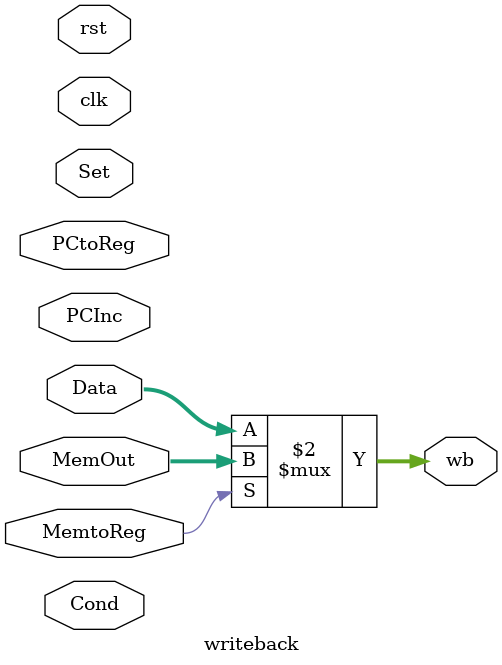
<source format=v>
module writeback(
	//Ouputs
        wb, 
        //Inputs
        clk, rst, PCInc, MemOut, Data, Cond, PCtoReg, MemtoReg, Set
        );

	input clk;
	input rst;
	input [15:0] PCInc;
	input [15:0] MemOut;
	input [15:0] Data;
	input Cond;
	input PCtoReg;
	input MemtoReg;
	input Set;

	output [15:0] wb;
	
	wire [15:0] CondExt;
	wire [15:0] int_a, int_b;
	
	assign wb = (MemtoReg == 1'b1) ? MemOut : Data;


	// Zero	extend Cond
	//assign CondExt = {{15{1'b0}}, Cond};

	// Determine if saving pc
        // assign int_a = (PCtoReg == 1'b1) ? PCInc : MemOut;

	// Determine if saving memory output
	//assign int_b = (MemtoReg == 1'b1) ? int_a : Data;

	// Check if condition is used
	//assign wb = (Set == 1'b1) ? CondExt : int_b;
endmodule

</source>
